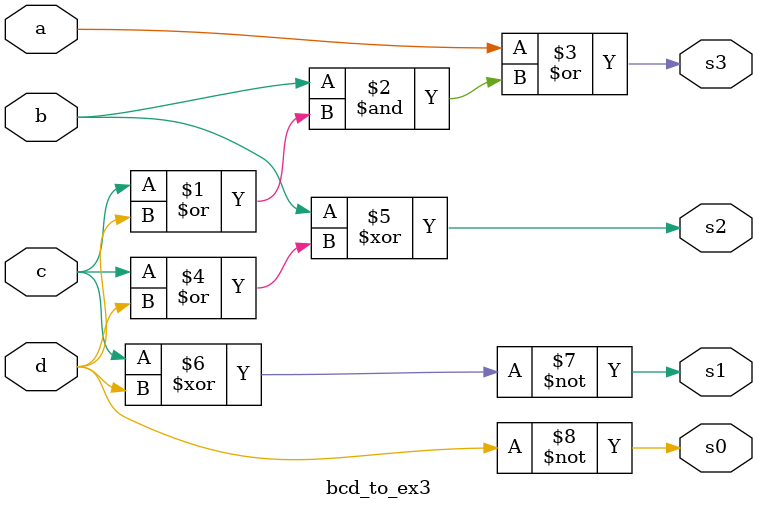
<source format=v>
/*
S3 = A + B·C + B·D   = A + B·(C + D)
S2 = B ⊕ (C + D)     = B XOR (C OR D)
S1 = C·D + ¬C·¬D     = C XNOR D      (equivalente a ~(C ^ D))
S0 = ¬D
*/

module bcd_to_ex3(
    input a,b,c,d,
    output s0, s1, s2, s3
);

assign s3 = a | (b & (c | d));
assign s2 = b ^ (c | d);      // XOR
assign s1 = ~(c ^ d);         // XNOR
assign s0 = ~d;

endmodule
</source>
